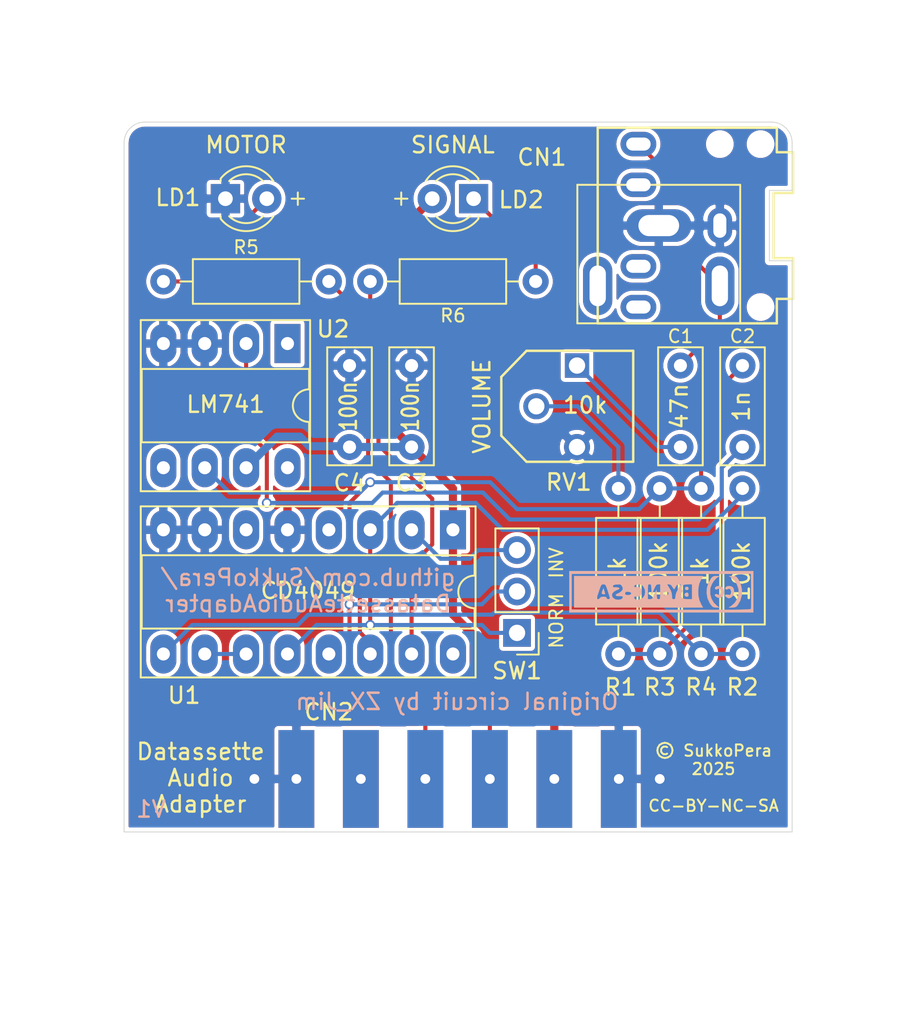
<source format=kicad_pcb>
(kicad_pcb (version 20171130) (host pcbnew 5.1.12)
  (title_block (title "Audio to Datassette Adapter") (date 2025-05-21) (rev 1git) (company SukkoPera) (comment 1 "Original circuit by ZX_Jim") (comment 2 https://zxjim.blogspot.com/2011_06_01_archive.html) (comment 3 "Licensed under CC BY-NC-SA 4.0"))
  (layers (0 F.Cu signal) (31 B.Cu signal) (36 B.SilkS user) (37 F.SilkS user) (38 B.Mask user) (39 F.Mask user) (44 Edge.Cuts user))
  (net 0 "")
  (net 1 "Net-(C1-Pad1)")
  (net 2 "Net-(C1-Pad2)")
  (net 3 "Net-(C2-Pad2)")
  (net 4 "Net-(C2-Pad1)")
  (net 5 "Net-(CN1-Pad3)")
  (net 6 GND)
  (net 7 /write)
  (net 8 /read)
  (net 9 /motor)
  (net 10 +5V)
  (net 11 "Net-(R1-Pad2)")
  (net 12 "Net-(R2-Pad1)")
  (net 13 "Net-(U1-Pad10)")
  (net 14 "Net-(U1-Pad4)")
  (net 15 "Net-(U1-Pad6)")
  (net 16 "Net-(U2-Pad1)")
  (net 17 "Net-(U2-Pad5)")
  (net 18 "Net-(U2-Pad8)")
  (net 19 "Net-(R6-Pad2)")
  (net 20 "Net-(CN101-PadTN)")
  (net 21 "Net-(CN101-PadR)")
  (net 22 "Net-(CN101-PadRN)")
  (net 23 "Net-(R2-Pad2)")
  (net 24 "Net-(SW1-Pad3)")
  (net 25 "Net-(LD1-Pad2)")
  (net 26 "Net-(LD2-Pad1)")
  (module DatassetteAudioAdapter:cc_by_nc_sa_small (layer B.Cu) (at 144.769166 94.732 180)
    (fp_text reference V0 hide)
    (fp_text value OSHW_LOGO hide)
    (fp_poly (pts (xy 5.672667 -1.27) (xy -5.630333 -1.27) (xy -5.630333 -0.550551) (xy -5.496475 -0.550551) (xy -5.494757 -0.786475) (xy -5.491138 -0.957034) (xy -5.485755 -1.045921) (xy -5.484341 -1.052918) (xy -5.467302 -1.062584) (xy -5.420188 -1.07122) (xy -5.339221 -1.07886) (xy -5.220625 -1.085542) (xy -5.060623 -1.0913) (xy -4.855439 -1.09617) (xy -4.601297 -1.100189) (xy -4.29442 -1.103391) (xy -3.931031 -1.105813) (xy -3.507355 -1.10749) (xy -3.019613 -1.108458) (xy -2.464031 -1.108753) (xy -1.836831 -1.10841) (xy -1.134236 -1.107466) (xy -0.352471 -1.105955) (xy 0.030482 -1.10509) (xy 5.5245 -1.0922) (xy 5.5245 1.0922) (xy -5.482167 1.0922) (xy -5.493657 0.052172) (xy -5.496154 -0.265566) (xy -5.496475 -0.550551) (xy -5.630333 -0.550551) (xy -5.630333 1.27) (xy 5.672667 1.27) (xy 5.672667 -1.27)) (layer B.SilkS) (width 0.01))
    (fp_poly (pts (xy -4.1275 0.96071) (xy -4.286993 0.859684) (xy -4.465451 0.696825) (xy -4.612377 0.4695) (xy -4.706277 0.214124) (xy -4.72317 0.120676) (xy -4.718641 -0.168745) (xy -4.637496 -0.441956) (xy -4.487782 -0.681684) (xy -4.277544 -0.870655) (xy -4.2545 -0.885474) (xy -4.1275 -0.964574) (xy -4.34183 -0.964887) (xy -4.484616 -0.954944) (xy -4.579907 -0.914184) (xy -4.663917 -0.826989) (xy -4.66508 -0.8255) (xy -4.828618 -0.546405) (xy -4.91801 -0.235271) (xy -4.932897 0.090118) (xy -4.87292 0.411976) (xy -4.737721 0.712519) (xy -4.697372 0.774701) (xy -4.610939 0.888515) (xy -4.533352 0.94446) (xy -4.42787 0.962259) (xy -4.346668 0.962955) (xy -4.1275 0.96071)) (layer B.SilkS) (width 0.01))
    (fp_poly (pts (xy -3.22081 0.954677) (xy -3.126361 0.915509) (xy -3.043362 0.830317) (xy -3.039587 0.825501) (xy -2.873699 0.545411) (xy -2.781012 0.235944) (xy -2.762051 -0.085158) (xy -2.817338 -0.400149) (xy -2.947397 -0.691284) (xy -2.992804 -0.759873) (xy -3.0883 -0.882413) (xy -3.169479 -0.943353) (xy -3.271432 -0.963602) (xy -3.337049 -0.96501) (xy -3.534833 -0.96482) (xy -3.404458 -0.869417) (xy -3.200641 -0.66917) (xy -3.057568 -0.420493) (xy -2.981977 -0.142299) (xy -2.980607 0.146497) (xy -3.002138 0.259899) (xy -3.084347 0.470705) (xy -3.213084 0.674389) (xy -3.363153 0.835205) (xy -3.44938 0.894407) (xy -3.520989 0.933797) (xy -3.533302 0.953777) (xy -3.477555 0.961315) (xy -3.362837 0.963212) (xy -3.22081 0.954677)) (layer B.SilkS) (width 0.01))
    (fp_poly (pts (xy 5.376333 0.9652) (xy 5.376333 -0.9652) (xy -2.537449 -0.9652) (xy -2.435487 -0.784901) (xy -2.319398 -0.531541) (xy -2.259643 -0.266432) (xy -2.248678 0.046565) (xy -2.250788 0.100141) (xy -2.270497 0.32711) (xy -2.301557 0.4572) (xy -1.862667 0.4572) (xy -1.862667 -0.4572) (xy -1.605884 -0.4572) (xy -1.453585 -0.448752) (xy -1.32633 -0.426915) (xy -1.267217 -0.404612) (xy -1.205401 -0.316731) (xy -1.185467 -0.189249) (xy -1.208914 -0.067925) (xy -1.25427 -0.009554) (xy -1.295688 0.041161) (xy -1.275436 0.072169) (xy -1.23234 0.15512) (xy -1.235089 0.272067) (xy -1.278823 0.375641) (xy -1.30955 0.404613) (xy -1.397048 0.43427) (xy -1.532663 0.45334) (xy -1.62705 0.4572) (xy -1.1827 0.4572) (xy -1.014683 0.169379) (xy -0.898584 -0.061444) (xy -0.849066 -0.244378) (xy -0.846667 -0.287821) (xy -0.837799 -0.404385) (xy -0.798584 -0.450552) (xy -0.740833 -0.4572) (xy -0.673355 -0.446526) (xy -0.642874 -0.395674) (xy -0.635094 -0.2764) (xy -0.635 -0.248106) (xy -0.619987 -0.1016) (xy -0.423333 -0.1016) (xy -0.409133 -0.16807) (xy -0.351739 -0.197447) (xy -0.254 -0.2032) (xy -0.143216 -0.194679) (xy -0.094254 -0.160243) (xy -0.084667 -0.1016) (xy -0.098867 -0.035129) (xy -0.156261 -0.005752) (xy -0.254 0) (xy -0.364784 -0.00852) (xy -0.413746 -0.042956) (xy -0.423333 -0.1016) (xy -0.619987 -0.1016) (xy -0.618506 -0.087157) (xy -0.560294 0.071247) (xy -0.483228 0.209094) (xy -0.331456 0.4572) (xy 0.084667 0.4572) (xy 0.084667 0) (xy 0.085557 -0.216444) (xy 0.091187 -0.350836) (xy 0.105989 -0.422725) (xy 0.134399 -0.451658) (xy 0.180851 -0.457181) (xy 0.188387 -0.4572) (xy 0.247257 -0.449102) (xy 0.280067 -0.408653) (xy 0.296475 -0.311619) (xy 0.304804 -0.1651) (xy 0.3175 0.127) (xy 0.4445 -0.164979) (xy 0.518113 -0.324579) (xy 0.575503 -0.412563) (xy 0.635549 -0.449773) (xy 0.709083 -0.457079) (xy 0.846667 -0.4572) (xy 0.846667 -0.037368) (xy 1.012394 -0.037368) (xy 1.051795 -0.219961) (xy 1.14971 -0.368694) (xy 1.28248 -0.451755) (xy 1.40588 -0.490713) (xy 1.488538 -0.50068) (xy 1.570062 -0.484695) (xy 1.598083 -0.475981) (xy 1.672413 -0.420334) (xy 1.693333 -0.361032) (xy 1.684707 -0.334254) (xy 2.377826 -0.334254) (xy 2.379253 -0.346184) (xy 2.431542 -0.42904) (xy 2.540694 -0.480709) (xy 2.681641 -0.495619) (xy 2.829313 -0.468199) (xy 2.864466 -0.454021) (xy 2.926558 -0.409648) (xy 3.175 -0.409648) (xy 3.211244 -0.4454) (xy 3.280833 -0.4572) (xy 3.365952 -0.430703) (xy 3.386667 -0.381) (xy 3.412171 -0.330228) (xy 3.498487 -0.307518) (xy 3.572637 -0.3048) (xy 3.713955 -0.321767) (xy 3.780301 -0.373879) (xy 3.782975 -0.381) (xy 3.83954 -0.4398) (xy 3.910583 -0.4572) (xy 4.013823 -0.4572) (xy 3.862117 0) (xy 3.790822 0.210694) (xy 3.738945 0.344161) (xy 3.695491 0.417993) (xy 3.649462 0.449782) (xy 3.589862 0.457119) (xy 3.576329 0.4572) (xy 3.509922 0.451894) (xy 3.461036 0.423526) (xy 3.417467 0.353424) (xy 3.367012 0.222914) (xy 3.308623 0.047552) (xy 3.248125 -0.143102) (xy 3.201904 -0.298637) (xy 3.177221 -0.394206) (xy 3.175 -0.409648) (xy 2.926558 -0.409648) (xy 2.995565 -0.360334) (xy 3.051124 -0.24443) (xy 3.034337 -0.12146) (xy 2.948397 -0.006573) (xy 2.796498 0.085084) (xy 2.747023 0.103101) (xy 2.630468 0.156999) (xy 2.594339 0.20976) (xy 2.634727 0.251214) (xy 2.747728 0.271189) (xy 2.811482 0.270926) (xy 2.932998 0.271668) (xy 2.988986 0.292616) (xy 2.997931 0.341356) (xy 2.997098 0.347126) (xy 2.967443 0.399477) (xy 2.887658 0.430545) (xy 2.742987 0.446953) (xy 2.602216 0.451063) (xy 2.51845 0.434291) (xy 2.464516 0.386662) (xy 2.431613 0.332653) (xy 2.386239 0.230715) (xy 2.393158 0.15153) (xy 2.425049 0.085769) (xy 2.505778 -0.003028) (xy 2.627825 -0.079493) (xy 2.665444 -0.095038) (xy 2.785405 -0.15354) (xy 2.824216 -0.207597) (xy 2.785347 -0.249438) (xy 2.672271 -0.271292) (xy 2.586308 -0.272211) (xy 2.456076 -0.273325) (xy 2.392435 -0.291915) (xy 2.377826 -0.334254) (xy 1.684707 -0.334254) (xy 1.675804 -0.306619) (xy 1.609638 -0.289881) (xy 1.53082 -0.295312) (xy 1.372113 -0.27864) (xy 1.269707 -0.189238) (xy 1.238827 -0.071642) (xy 1.874748 -0.071642) (xy 1.883833 -0.1524) (xy 1.939339 -0.184871) (xy 2.044624 -0.202271) (xy 2.076832 -0.2032) (xy 2.186615 -0.194405) (xy 2.234687 -0.158987) (xy 2.243667 -0.1016) (xy 2.229225 -0.034743) (xy 2.171066 -0.005468) (xy 2.076832 0) (xy 1.940969 -0.018744) (xy 1.874748 -0.071642) (xy 1.238827 -0.071642) (xy 1.228322 -0.03164) (xy 1.227667 -0.004244) (xy 1.26268 0.160172) (xy 1.358681 0.263969) (xy 1.502109 0.294692) (xy 1.546884 0.288907) (xy 1.64691 0.2767) (xy 1.685164 0.299122) (xy 1.685028 0.345573) (xy 1.652651 0.401988) (xy 1.566439 0.434112) (xy 1.457237 0.446834) (xy 1.318189 0.448064) (xy 1.226276 0.418284) (xy 1.14525 0.344083) (xy 1.129551 0.325607) (xy 1.036611 0.153137) (xy 1.012394 -0.037368) (xy 0.846667 -0.037368) (xy 0.846667 0) (xy 0.845778 0.216444) (xy 0.840152 0.350836) (xy 0.825351 0.422724) (xy 0.796937 0.451657) (xy 0.750469 0.457182) (xy 0.742853 0.4572) (xy 0.685754 0.449934) (xy 0.653139 0.412562) (xy 0.636408 0.321731) (xy 0.626961 0.154084) (xy 0.626437 0.141041) (xy 0.613833 -0.175119) (xy 0.473767 0.141041) (xy 0.394946 0.309487) (xy 0.334785 0.405194) (xy 0.276801 0.447859) (xy 0.209184 0.457201) (xy 0.084667 0.4572) (xy -0.331456 0.4572) (xy -0.451478 0.457054) (xy -0.564376 0.421058) (xy -0.656167 0.3048) (xy -0.717586 0.204552) (xy -0.759554 0.154003) (xy -0.763456 0.152547) (xy -0.797807 0.19157) (xy -0.852403 0.287434) (xy -0.861099 0.3048) (xy -0.941786 0.419736) (xy -1.04498 0.456864) (xy -1.05941 0.4572) (xy -1.1827 0.4572) (xy -1.62705 0.4572) (xy -1.862667 0.4572) (xy -2.301557 0.4572) (xy -2.312828 0.504402) (xy -2.390566 0.683255) (xy -2.401765 0.705103) (xy -2.536503 0.965201) (xy 1.419915 0.965201) (xy 5.376333 0.9652)) (layer B.SilkS) (width 0.01))
    (fp_poly (pts (xy -4.006411 0.329627) (xy -3.934322 0.275529) (xy -3.908859 0.193389) (xy -3.944795 0.142821) (xy -4.019657 0.141493) (xy -4.070111 0.16877) (xy -4.158946 0.190817) (xy -4.229598 0.134359) (xy -4.264491 0.022485) (xy -4.257908 -0.077993) (xy -4.232087 -0.164914) (xy -4.185837 -0.196776) (xy -4.090996 -0.18871) (xy -4.061919 -0.183293) (xy -3.94237 -0.179881) (xy -3.891206 -0.217631) (xy -3.914024 -0.281091) (xy -4.002492 -0.347445) (xy -4.097488 -0.392726) (xy -4.165509 -0.395615) (xy -4.233333 -0.37036) (xy -4.354001 -0.272288) (xy -4.428722 -0.123568) (xy -4.45102 0.044833) (xy -4.414419 0.201951) (xy -4.367583 0.271527) (xy -4.263895 0.333719) (xy -4.131165 0.3532) (xy -4.006411 0.329627)) (layer B.SilkS) (width 0.01))
    (fp_poly (pts (xy -3.393219 0.335438) (xy -3.30608 0.285465) (xy -3.267346 0.221456) (xy -3.293486 0.159187) (xy -3.300934 0.153191) (xy -3.382506 0.142207) (xy -3.430188 0.16508) (xy -3.532579 0.199745) (xy -3.607888 0.146069) (xy -3.640379 0.016394) (xy -3.640667 0) (xy -3.613238 -0.136483) (xy -3.541443 -0.198182) (xy -3.441017 -0.172753) (xy -3.430188 -0.165079) (xy -3.337533 -0.139057) (xy -3.298212 -0.155225) (xy -3.260738 -0.201081) (xy -3.291246 -0.259545) (xy -3.302 -0.27211) (xy -3.440381 -0.36527) (xy -3.601837 -0.364967) (xy -3.645133 -0.349294) (xy -3.766036 -0.254231) (xy -3.826529 -0.11818) (xy -3.831168 0.03469) (xy -3.784507 0.180212) (xy -3.691101 0.294217) (xy -3.555504 0.352537) (xy -3.512289 0.3556) (xy -3.393219 0.335438)) (layer B.SilkS) (width 0.01))
    (fp_poly (pts (xy -1.443748 -0.09725) (xy -1.403162 -0.169237) (xy -1.426684 -0.246558) (xy -1.499359 -0.2982) (xy -1.543838 -0.3048) (xy -1.625072 -0.284413) (xy -1.650448 -0.203681) (xy -1.651 -0.1778) (xy -1.62202 -0.076915) (xy -1.545513 -0.049751) (xy -1.443748 -0.09725)) (layer B.SilkS) (width 0.01))
    (fp_poly (pts (xy -1.462176 0.280988) (xy -1.439333 0.2032) (xy -1.464138 0.12353) (xy -1.545167 0.1016) (xy -1.628157 0.125413) (xy -1.651 0.2032) (xy -1.626196 0.282871) (xy -1.545167 0.3048) (xy -1.462176 0.280988)) (layer B.SilkS) (width 0.01))
    (fp_poly (pts (xy 3.624095 0.095625) (xy 3.674601 -0.045707) (xy 3.662927 -0.125206) (xy 3.587304 -0.152223) (xy 3.577167 -0.1524) (xy 3.497508 -0.14628) (xy 3.471333 -0.13458) (xy 3.483847 -0.079581) (xy 3.514499 0.031726) (xy 3.519761 0.049945) (xy 3.568189 0.21665) (xy 3.624095 0.095625)) (layer B.SilkS) (width 0.01))
  )
  (module DatassetteAudioAdapter:AudioJack_SJ1-3525N (layer F.Cu) (at 148.343 72.262 90)
    (fp_text reference CN101 hide)
    (fp_text value AUDIO_IN_JACK)
    (fp_line (start -6 -7.5) (end 6 -7.5) (layer F.SilkS) (width 0.15))
    (fp_line (start -4.5 4.5) (end -2 4.5) (layer F.SilkS) (width 0.15))
    (fp_line (start 6 3.5) (end 6 -7.5) (layer F.SilkS) (width 0.15))
    (fp_line (start -6 3.5) (end -6 -7.5) (layer F.SilkS) (width 0.15))
    (fp_line (start -4.5 4.5) (end -4.5 3.5) (layer F.SilkS) (width 0.15))
    (fp_line (start -4.5 3.5) (end -6 3.5) (layer F.SilkS) (width 0.15))
    (fp_line (start -2 4.5) (end -2 3.3) (layer F.SilkS) (width 0.15))
    (fp_line (start -2 3.3) (end 2 3.3) (layer F.SilkS) (width 0.15))
    (fp_line (start 2 3.3) (end 2 4.5) (layer F.SilkS) (width 0.15))
    (fp_line (start 2 4.5) (end 4.5 4.5) (layer F.SilkS) (width 0.15))
    (fp_line (start 4.5 4.5) (end 4.5 3.5) (layer F.SilkS) (width 0.15))
    (fp_line (start 6 3.5) (end 4.5 3.5) (layer F.SilkS) (width 0.15))
    (pad T thru_hole oval (at 5 -5 90) (size 1.5 2.2) (drill oval 0.8 1.5) (layers *.Cu *.Mask) (net 2 "Net-(C1-Pad2)"))
    (pad TN thru_hole oval (at 2.5 -5 90) (size 1.5 2.2) (drill oval 0.8 1.5) (layers *.Cu *.Mask) (net 20 "Net-(CN101-PadTN)"))
    (pad R thru_hole oval (at -5 -5 90) (size 1.5 2.2) (drill oval 0.8 1.5) (layers *.Cu *.Mask) (net 21 "Net-(CN101-PadR)"))
    (pad RN thru_hole oval (at -2.5 -5 90) (size 1.5 2.2) (drill oval 0.8 1.5) (layers *.Cu *.Mask) (net 22 "Net-(CN101-PadRN)"))
    (pad "" np_thru_hole circle (at 5 2.5 90) (size 1.2 1.2) (drill 1.2) (layers *.Cu *.Mask))
    (pad "" np_thru_hole circle (at 5 0 90) (size 1.2 1.2) (drill 1.2) (layers *.Cu *.Mask))
    (pad "" np_thru_hole circle (at -5 2.5 90) (size 1.2 1.2) (drill 1.2) (layers *.Cu *.Mask))
    (pad S thru_hole oval (at 0 0 90) (size 2.2 1.5) (drill oval 1.5 0.8) (layers *.Cu *.Mask) (net 6 GND))
  )
  (module DatassetteAudioAdapter:C64-Cassette-Port-Female (layer F.Cu) (at 131.699 109.22)
    (fp_text reference CN2 (at -7.366 -7.112) (layer F.SilkS))
    (fp_text value TAPE_PORT)
    (pad 1 smd rect (at 10.44 -3) (size 2.2 6) (layers F.Cu F.Paste F.Mask) (net 6 GND))
    (pad 2 smd rect (at 6.48 -3) (size 2.2 6) (layers F.Cu F.Paste F.Mask) (net 10 +5V))
    (pad 3 smd rect (at 2.52 -3) (size 2.2 6) (layers F.Cu F.Paste F.Mask) (net 9 /motor))
    (pad 4 smd rect (at -1.44 -3) (size 2.2 6) (layers F.Cu F.Paste F.Mask) (net 8 /read))
    (pad 5 smd rect (at -5.4 -3) (size 2.2 6) (layers F.Cu F.Paste F.Mask) (net 7 /write))
    (pad 6 smd rect (at -9.36 -3) (size 2.2 6) (layers F.Cu F.Paste F.Mask) (net 6 GND))
    (pad 1 smd rect (at 10.44 -3) (size 2.2 6) (layers B.Cu B.Paste B.Mask) (net 6 GND))
    (pad 2 smd rect (at 6.48 -3) (size 2.2 6) (layers B.Cu B.Paste B.Mask) (net 10 +5V))
    (pad 3 smd rect (at 2.52 -3) (size 2.2 6) (layers B.Cu B.Paste B.Mask) (net 9 /motor))
    (pad 4 smd rect (at -1.44 -3) (size 2.2 6) (layers B.Cu B.Paste B.Mask) (net 8 /read))
    (pad 5 smd rect (at -5.4 -3) (size 2.2 6) (layers B.Cu B.Paste B.Mask) (net 7 /write))
    (pad 6 smd rect (at -9.36 -3) (size 2.2 6) (layers B.Cu B.Paste B.Mask) (net 6 GND))
  )
  (module Capacitor_THT:C_Disc_D7.0mm_W2.5mm_P5.00mm (layer F.Cu) (at 145.923 85.852 90)
    (fp_text reference C1 (at 6.7945 0 180) (layer F.SilkS) (effects (font (size 0.8 0.8) (thickness 0.12))))
    (fp_text value 47n (at 2.5 -0.0675 90) (layer F.SilkS))
    (fp_line (start 6.12 -1.37) (end 6.12 1.37) (layer F.SilkS) (width 0.12))
    (fp_line (start -1.12 -1.37) (end -1.12 1.37) (layer F.SilkS) (width 0.12))
    (fp_line (start -1.12 1.37) (end 6.12 1.37) (layer F.SilkS) (width 0.12))
    (fp_line (start -1.12 -1.37) (end 6.12 -1.37) (layer F.SilkS) (width 0.12))
    (pad 1 thru_hole circle (at 0 0 90) (size 1.6 1.6) (drill 0.8) (layers *.Cu *.Mask) (net 1 "Net-(C1-Pad1)"))
    (pad 2 thru_hole circle (at 5 0 90) (size 1.6 1.6) (drill 0.8) (layers *.Cu *.Mask) (net 2 "Net-(C1-Pad2)"))
  )
  (module Capacitor_THT:C_Disc_D7.0mm_W2.5mm_P5.00mm (layer F.Cu) (at 149.733 80.852 270)
    (fp_text reference C2 (at -1.7945 0 180) (layer F.SilkS) (effects (font (size 0.8 0.8) (thickness 0.12))))
    (fp_text value 1n (at 2.5 0.0675 90) (layer F.SilkS))
    (fp_line (start -1.12 -1.37) (end 6.12 -1.37) (layer F.SilkS) (width 0.12))
    (fp_line (start -1.12 1.37) (end 6.12 1.37) (layer F.SilkS) (width 0.12))
    (fp_line (start -1.12 -1.37) (end -1.12 1.37) (layer F.SilkS) (width 0.12))
    (fp_line (start 6.12 -1.37) (end 6.12 1.37) (layer F.SilkS) (width 0.12))
    (pad 2 thru_hole circle (at 5 0 270) (size 1.6 1.6) (drill 0.8) (layers *.Cu *.Mask) (net 3 "Net-(C2-Pad2)"))
    (pad 1 thru_hole circle (at 0 0 270) (size 1.6 1.6) (drill 0.8) (layers *.Cu *.Mask) (net 4 "Net-(C2-Pad1)"))
  )
  (module DatassetteAudioAdapter:SWITCHCRAFT_PJRAN1X1U01X (layer F.Cu) (at 144.593 72.262 180)
    (fp_text reference CN1 (at 7.179 4.19) (layer F.SilkS))
    (fp_text value AUDIO_IN hide)
    (fp_line (start 5 -6) (end -5 -6) (layer F.SilkS) (width 0.12))
    (fp_line (start 5 2.5) (end 5 -6) (layer F.SilkS) (width 0.12))
    (fp_line (start -5 2.5) (end 5 2.5) (layer F.SilkS) (width 0.12))
    (fp_line (start -5 -6) (end -5 2.5) (layer F.SilkS) (width 0.12))
    (pad 1 thru_hole oval (at 0 0 180) (size 4 2) (drill oval 2.5 1.3) (layers *.Cu *.Mask) (net 6 GND))
    (pad 3 thru_hole oval (at 3.75 -3.7 180) (size 1.8 3.6) (drill oval 1 2.5) (layers *.Cu *.Mask) (net 5 "Net-(CN1-Pad3)"))
    (pad 2 thru_hole oval (at -3.75 -3.7 180) (size 1.8 3.6) (drill oval 1 2.5) (layers *.Cu *.Mask) (net 2 "Net-(C1-Pad2)"))
  )
  (module DatassetteAudioAdapter:Pot_Bourns_3306P (layer F.Cu) (at 138.323 83.352 90)
    (fp_text reference RV1 (at -4.659 0.742 180) (layer F.SilkS))
    (fp_text value 10k (at 0.0675 1.758 180) (layer F.SilkS))
    (fp_line (start -1.805 -3.4) (end 1.805 -3.4) (layer F.SilkS) (width 0.15))
    (fp_line (start 3.405 -1.85) (end 3.405 4.7) (layer F.SilkS) (width 0.15))
    (fp_line (start -3.405 -1.85) (end -3.405 4.7) (layer F.SilkS) (width 0.15))
    (fp_line (start -3.405 4.7) (end 3.405 4.7) (layer F.SilkS) (width 0.15))
    (fp_line (start -3.405 -1.85) (end -1.805 -3.4) (layer F.SilkS) (width 0.15))
    (fp_line (start 3.405 -1.85) (end 1.805 -3.4) (layer F.SilkS) (width 0.15))
    (pad 1 thru_hole rect (at 2.5 1.25 90) (size 1.5 1.5) (drill 1) (layers *.Cu *.Mask) (net 1 "Net-(C1-Pad1)"))
    (pad 3 thru_hole circle (at -2.5 1.25 90) (size 1.6 1.6) (drill 1) (layers *.Cu *.Mask) (net 6 GND))
    (pad 2 thru_hole circle (at 0 -1.25 90) (size 1.6 1.6) (drill 1) (layers *.Cu *.Mask) (net 11 "Net-(R1-Pad2)"))
  )
  (module Package_DIP:DIP-8_W7.62mm_Socket_LongPads (layer F.Cu) (at 121.793 79.502 270)
    (fp_text reference U2 (at -0.889 -2.794 180) (layer F.SilkS))
    (fp_text value LM741 (at 3.7325 3.8 180) (layer F.SilkS))
    (fp_line (start 9.06 -1.39) (end -1.44 -1.39) (layer F.SilkS) (width 0.12))
    (fp_line (start 9.06 9.01) (end 9.06 -1.39) (layer F.SilkS) (width 0.12))
    (fp_line (start -1.44 9.01) (end 9.06 9.01) (layer F.SilkS) (width 0.12))
    (fp_line (start -1.44 -1.39) (end -1.44 9.01) (layer F.SilkS) (width 0.12))
    (fp_line (start 6.06 -1.33) (end 4.81 -1.33) (layer F.SilkS) (width 0.12))
    (fp_line (start 6.06 8.95) (end 6.06 -1.33) (layer F.SilkS) (width 0.12))
    (fp_line (start 1.56 8.95) (end 6.06 8.95) (layer F.SilkS) (width 0.12))
    (fp_line (start 1.56 -1.33) (end 1.56 8.95) (layer F.SilkS) (width 0.12))
    (fp_line (start 2.81 -1.33) (end 1.56 -1.33) (layer F.SilkS) (width 0.12))
    (fp_arc (start 3.81 -1.33) (end 2.81 -1.33) (angle -180) (layer F.SilkS) (width 0.12))
    (pad 1 thru_hole rect (at 0 0 270) (size 2.4 1.6) (drill 0.8) (layers *.Cu *.Mask) (net 16 "Net-(U2-Pad1)"))
    (pad 5 thru_hole oval (at 7.62 7.62 270) (size 2.4 1.6) (drill 0.8) (layers *.Cu *.Mask) (net 17 "Net-(U2-Pad5)"))
    (pad 2 thru_hole oval (at 0 2.54 270) (size 2.4 1.6) (drill 0.8) (layers *.Cu *.Mask) (net 3 "Net-(C2-Pad2)"))
    (pad 6 thru_hole oval (at 7.62 5.08 270) (size 2.4 1.6) (drill 0.8) (layers *.Cu *.Mask) (net 4 "Net-(C2-Pad1)"))
    (pad 3 thru_hole oval (at 0 5.08 270) (size 2.4 1.6) (drill 0.8) (layers *.Cu *.Mask) (net 6 GND))
    (pad 7 thru_hole oval (at 7.62 2.54 270) (size 2.4 1.6) (drill 0.8) (layers *.Cu *.Mask) (net 10 +5V))
    (pad 4 thru_hole oval (at 0 7.62 270) (size 2.4 1.6) (drill 0.8) (layers *.Cu *.Mask) (net 6 GND))
    (pad 8 thru_hole oval (at 7.62 0 270) (size 2.4 1.6) (drill 0.8) (layers *.Cu *.Mask) (net 18 "Net-(U2-Pad8)"))
  )
  (module LED_THT:LED_D3.0mm (layer F.Cu) (at 117.983 70.612)
    (fp_text reference LD1 (at -2.921 -0.0675) (layer F.SilkS))
    (fp_text value LED)
    (fp_line (start -0.29 -1.236) (end -0.29 -1.08) (layer F.SilkS) (width 0.12))
    (fp_line (start -0.29 1.08) (end -0.29 1.236) (layer F.SilkS) (width 0.12))
    (fp_arc (start 1.27 0) (end 0.229039 1.08) (angle -87.9) (layer F.SilkS) (width 0.12))
    (fp_arc (start 1.27 0) (end 0.229039 -1.08) (angle 87.9) (layer F.SilkS) (width 0.12))
    (fp_arc (start 1.27 0) (end -0.29 1.235516) (angle -108.8) (layer F.SilkS) (width 0.12))
    (fp_arc (start 1.27 0) (end -0.29 -1.235516) (angle 108.8) (layer F.SilkS) (width 0.12))
    (pad 2 thru_hole circle (at 2.54 0) (size 1.8 1.8) (drill 0.9) (layers *.Cu *.Mask) (net 25 "Net-(LD1-Pad2)"))
    (pad 1 thru_hole rect (at 0 0) (size 1.8 1.8) (drill 0.9) (layers *.Cu *.Mask) (net 6 GND))
  )
  (module LED_THT:LED_D3.0mm (layer F.Cu) (at 133.223 70.612 180)
    (fp_text reference LD2 (at -2.921 -0.0675) (layer F.SilkS))
    (fp_text value LED)
    (fp_line (start -0.29 1.08) (end -0.29 1.236) (layer F.SilkS) (width 0.12))
    (fp_line (start -0.29 -1.236) (end -0.29 -1.08) (layer F.SilkS) (width 0.12))
    (fp_arc (start 1.27 0) (end -0.29 -1.235516) (angle 108.8) (layer F.SilkS) (width 0.12))
    (fp_arc (start 1.27 0) (end -0.29 1.235516) (angle -108.8) (layer F.SilkS) (width 0.12))
    (fp_arc (start 1.27 0) (end 0.229039 -1.08) (angle 87.9) (layer F.SilkS) (width 0.12))
    (fp_arc (start 1.27 0) (end 0.229039 1.08) (angle -87.9) (layer F.SilkS) (width 0.12))
    (pad 1 thru_hole rect (at 0 0 180) (size 1.8 1.8) (drill 0.9) (layers *.Cu *.Mask) (net 26 "Net-(LD2-Pad1)"))
    (pad 2 thru_hole circle (at 2.54 0 180) (size 1.8 1.8) (drill 0.9) (layers *.Cu *.Mask) (net 10 +5V))
  )
  (module Resistor_THT:R_Axial_DIN0207_L6.3mm_D2.5mm_P10.16mm_Horizontal (layer F.Cu) (at 142.113 98.552 90)
    (fp_text reference R1 (at -2.032 0.127 180) (layer F.SilkS))
    (fp_text value 1k (at 5.08 -0.0675 90) (layer F.SilkS))
    (fp_line (start 1.81 -1.37) (end 1.81 1.37) (layer F.SilkS) (width 0.12))
    (fp_line (start 1.81 1.37) (end 8.35 1.37) (layer F.SilkS) (width 0.12))
    (fp_line (start 8.35 1.37) (end 8.35 -1.37) (layer F.SilkS) (width 0.12))
    (fp_line (start 8.35 -1.37) (end 1.81 -1.37) (layer F.SilkS) (width 0.12))
    (fp_line (start 1.04 0) (end 1.81 0) (layer F.SilkS) (width 0.12))
    (fp_line (start 9.12 0) (end 8.35 0) (layer F.SilkS) (width 0.12))
    (pad 1 thru_hole circle (at 0 0 90) (size 1.6 1.6) (drill 0.8) (layers *.Cu *.Mask) (net 3 "Net-(C2-Pad2)"))
    (pad 2 thru_hole oval (at 10.16 0 90) (size 1.6 1.6) (drill 0.8) (layers *.Cu *.Mask) (net 11 "Net-(R1-Pad2)"))
  )
  (module Resistor_THT:R_Axial_DIN0207_L6.3mm_D2.5mm_P10.16mm_Horizontal (layer F.Cu) (at 149.733 98.552 90)
    (fp_text reference R2 (at -2.032 0 180) (layer F.SilkS))
    (fp_text value 100k (at 5.08 -0.0675 90) (layer F.SilkS))
    (fp_line (start 9.12 0) (end 8.35 0) (layer F.SilkS) (width 0.12))
    (fp_line (start 1.04 0) (end 1.81 0) (layer F.SilkS) (width 0.12))
    (fp_line (start 8.35 -1.37) (end 1.81 -1.37) (layer F.SilkS) (width 0.12))
    (fp_line (start 8.35 1.37) (end 8.35 -1.37) (layer F.SilkS) (width 0.12))
    (fp_line (start 1.81 1.37) (end 8.35 1.37) (layer F.SilkS) (width 0.12))
    (fp_line (start 1.81 -1.37) (end 1.81 1.37) (layer F.SilkS) (width 0.12))
    (pad 2 thru_hole oval (at 10.16 0 90) (size 1.6 1.6) (drill 0.8) (layers *.Cu *.Mask) (net 23 "Net-(R2-Pad2)"))
    (pad 1 thru_hole circle (at 0 0 90) (size 1.6 1.6) (drill 0.8) (layers *.Cu *.Mask) (net 12 "Net-(R2-Pad1)"))
  )
  (module Resistor_THT:R_Axial_DIN0207_L6.3mm_D2.5mm_P10.16mm_Horizontal (layer F.Cu) (at 144.653 88.392 270)
    (fp_text reference R3 (at 12.192 0 180) (layer F.SilkS))
    (fp_text value 100k (at 5.08 0.0675 90) (layer F.SilkS))
    (fp_line (start 9.12 0) (end 8.35 0) (layer F.SilkS) (width 0.12))
    (fp_line (start 1.04 0) (end 1.81 0) (layer F.SilkS) (width 0.12))
    (fp_line (start 8.35 -1.37) (end 1.81 -1.37) (layer F.SilkS) (width 0.12))
    (fp_line (start 8.35 1.37) (end 8.35 -1.37) (layer F.SilkS) (width 0.12))
    (fp_line (start 1.81 1.37) (end 8.35 1.37) (layer F.SilkS) (width 0.12))
    (fp_line (start 1.81 -1.37) (end 1.81 1.37) (layer F.SilkS) (width 0.12))
    (pad 2 thru_hole oval (at 10.16 0 270) (size 1.6 1.6) (drill 0.8) (layers *.Cu *.Mask) (net 3 "Net-(C2-Pad2)"))
    (pad 1 thru_hole circle (at 0 0 270) (size 1.6 1.6) (drill 0.8) (layers *.Cu *.Mask) (net 4 "Net-(C2-Pad1)"))
  )
  (module Resistor_THT:R_Axial_DIN0207_L6.3mm_D2.5mm_P10.16mm_Horizontal (layer F.Cu) (at 147.193 98.552 90)
    (fp_text reference R4 (at -2.032 0 180) (layer F.SilkS))
    (fp_text value 1k (at 5.08 -0.0675 90) (layer F.SilkS))
    (fp_line (start 1.81 -1.37) (end 1.81 1.37) (layer F.SilkS) (width 0.12))
    (fp_line (start 1.81 1.37) (end 8.35 1.37) (layer F.SilkS) (width 0.12))
    (fp_line (start 8.35 1.37) (end 8.35 -1.37) (layer F.SilkS) (width 0.12))
    (fp_line (start 8.35 -1.37) (end 1.81 -1.37) (layer F.SilkS) (width 0.12))
    (fp_line (start 1.04 0) (end 1.81 0) (layer F.SilkS) (width 0.12))
    (fp_line (start 9.12 0) (end 8.35 0) (layer F.SilkS) (width 0.12))
    (pad 1 thru_hole circle (at 0 0 90) (size 1.6 1.6) (drill 0.8) (layers *.Cu *.Mask) (net 12 "Net-(R2-Pad1)"))
    (pad 2 thru_hole oval (at 10.16 0 90) (size 1.6 1.6) (drill 0.8) (layers *.Cu *.Mask) (net 4 "Net-(C2-Pad1)"))
  )
  (module Resistor_THT:R_Axial_DIN0207_L6.3mm_D2.5mm_P10.16mm_Horizontal (layer F.Cu) (at 124.333 75.692 180)
    (fp_text reference R5 (at 5.08 2.0955) (layer F.SilkS) (effects (font (size 0.8 0.8) (thickness 0.12))))
    (fp_text value 1k)
    (fp_line (start 1.81 -1.37) (end 1.81 1.37) (layer F.SilkS) (width 0.12))
    (fp_line (start 1.81 1.37) (end 8.35 1.37) (layer F.SilkS) (width 0.12))
    (fp_line (start 8.35 1.37) (end 8.35 -1.37) (layer F.SilkS) (width 0.12))
    (fp_line (start 8.35 -1.37) (end 1.81 -1.37) (layer F.SilkS) (width 0.12))
    (fp_line (start 1.04 0) (end 1.81 0) (layer F.SilkS) (width 0.12))
    (fp_line (start 9.12 0) (end 8.35 0) (layer F.SilkS) (width 0.12))
    (pad 1 thru_hole circle (at 0 0 180) (size 1.6 1.6) (drill 0.8) (layers *.Cu *.Mask) (net 9 /motor))
    (pad 2 thru_hole oval (at 10.16 0 180) (size 1.6 1.6) (drill 0.8) (layers *.Cu *.Mask) (net 25 "Net-(LD1-Pad2)"))
  )
  (module Package_DIP:DIP-16_W7.62mm_Socket_LongPads (layer F.Cu) (at 131.953 90.932 270)
    (fp_text reference U1 (at 10.16 16.51 180) (layer F.SilkS))
    (fp_text value CD4049 (at 3.7325 8.9 180) (layer F.SilkS))
    (fp_line (start 9.06 -1.39) (end -1.44 -1.39) (layer F.SilkS) (width 0.12))
    (fp_line (start 9.06 19.17) (end 9.06 -1.39) (layer F.SilkS) (width 0.12))
    (fp_line (start -1.44 19.17) (end 9.06 19.17) (layer F.SilkS) (width 0.12))
    (fp_line (start -1.44 -1.39) (end -1.44 19.17) (layer F.SilkS) (width 0.12))
    (fp_line (start 6.06 -1.33) (end 4.81 -1.33) (layer F.SilkS) (width 0.12))
    (fp_line (start 6.06 19.11) (end 6.06 -1.33) (layer F.SilkS) (width 0.12))
    (fp_line (start 1.56 19.11) (end 6.06 19.11) (layer F.SilkS) (width 0.12))
    (fp_line (start 1.56 -1.33) (end 1.56 19.11) (layer F.SilkS) (width 0.12))
    (fp_line (start 2.81 -1.33) (end 1.56 -1.33) (layer F.SilkS) (width 0.12))
    (fp_arc (start 3.81 -1.33) (end 2.81 -1.33) (angle -180) (layer F.SilkS) (width 0.12))
    (pad 1 thru_hole rect (at 0 0 270) (size 2.4 1.6) (drill 0.8) (layers *.Cu *.Mask) (net 10 +5V))
    (pad 9 thru_hole oval (at 7.62 17.78 270) (size 2.4 1.6) (drill 0.8) (layers *.Cu *.Mask) (net 12 "Net-(R2-Pad1)"))
    (pad 2 thru_hole oval (at 0 2.54 270) (size 2.4 1.6) (drill 0.8) (layers *.Cu *.Mask) (net 24 "Net-(SW1-Pad3)"))
    (pad 10 thru_hole oval (at 7.62 15.24 270) (size 2.4 1.6) (drill 0.8) (layers *.Cu *.Mask) (net 13 "Net-(U1-Pad10)"))
    (pad 3 thru_hole oval (at 0 5.08 270) (size 2.4 1.6) (drill 0.8) (layers *.Cu *.Mask) (net 23 "Net-(R2-Pad2)"))
    (pad 11 thru_hole oval (at 7.62 12.7 270) (size 2.4 1.6) (drill 0.8) (layers *.Cu *.Mask) (net 13 "Net-(U1-Pad10)"))
    (pad 4 thru_hole oval (at 0 7.62 270) (size 2.4 1.6) (drill 0.8) (layers *.Cu *.Mask) (net 14 "Net-(U1-Pad4)"))
    (pad 12 thru_hole oval (at 7.62 10.16 270) (size 2.4 1.6) (drill 0.8) (layers *.Cu *.Mask) (net 23 "Net-(R2-Pad2)"))
    (pad 5 thru_hole oval (at 0 10.16 270) (size 2.4 1.6) (drill 0.8) (layers *.Cu *.Mask) (net 6 GND))
    (pad 13 thru_hole oval (at 7.62 7.62 270) (size 2.4 1.6) (drill 0.8) (layers *.Cu *.Mask))
    (pad 6 thru_hole oval (at 0 12.7 270) (size 2.4 1.6) (drill 0.8) (layers *.Cu *.Mask) (net 15 "Net-(U1-Pad6)"))
    (pad 14 thru_hole oval (at 7.62 5.08 270) (size 2.4 1.6) (drill 0.8) (layers *.Cu *.Mask) (net 4 "Net-(C2-Pad1)"))
    (pad 7 thru_hole oval (at 0 15.24 270) (size 2.4 1.6) (drill 0.8) (layers *.Cu *.Mask) (net 6 GND))
    (pad 15 thru_hole oval (at 7.62 2.54 270) (size 2.4 1.6) (drill 0.8) (layers *.Cu *.Mask) (net 19 "Net-(R6-Pad2)"))
    (pad 8 thru_hole oval (at 0 17.78 270) (size 2.4 1.6) (drill 0.8) (layers *.Cu *.Mask) (net 6 GND))
    (pad 16 thru_hole oval (at 7.62 0 270) (size 2.4 1.6) (drill 0.8) (layers *.Cu *.Mask))
  )
  (module Capacitor_THT:C_Disc_D7.0mm_W2.5mm_P5.00mm (layer F.Cu) (at 129.413 80.852 270)
    (fp_text reference C3 (at 7.209 0 180) (layer F.SilkS))
    (fp_text value 100n (at 2.5 0.0675 90) (layer F.SilkS) (effects (font (size 1 0.8))))
    (fp_line (start 6.12 -1.37) (end 6.12 1.37) (layer F.SilkS) (width 0.12))
    (fp_line (start -1.12 -1.37) (end -1.12 1.37) (layer F.SilkS) (width 0.12))
    (fp_line (start -1.12 1.37) (end 6.12 1.37) (layer F.SilkS) (width 0.12))
    (fp_line (start -1.12 -1.37) (end 6.12 -1.37) (layer F.SilkS) (width 0.12))
    (pad 1 thru_hole circle (at 0 0 315) (size 1.6 1.6) (drill 0.8) (layers *.Cu *.Mask) (net 6 GND))
    (pad 2 thru_hole circle (at 5 0 270) (size 1.6 1.6) (drill 0.8) (layers *.Cu *.Mask) (net 10 +5V))
  )
  (module Capacitor_THT:C_Disc_D7.0mm_W2.5mm_P5.00mm (layer F.Cu) (at 125.603 80.852 270)
    (fp_text reference C4 (at 7.209 0 180) (layer F.SilkS))
    (fp_text value 100n (at 2.5 0.0675 90) (layer F.SilkS) (effects (font (size 1 0.8))))
    (fp_line (start -1.12 -1.37) (end 6.12 -1.37) (layer F.SilkS) (width 0.12))
    (fp_line (start -1.12 1.37) (end 6.12 1.37) (layer F.SilkS) (width 0.12))
    (fp_line (start -1.12 -1.37) (end -1.12 1.37) (layer F.SilkS) (width 0.12))
    (fp_line (start 6.12 -1.37) (end 6.12 1.37) (layer F.SilkS) (width 0.12))
    (pad 2 thru_hole circle (at 5 0 270) (size 1.6 1.6) (drill 0.8) (layers *.Cu *.Mask) (net 10 +5V))
    (pad 1 thru_hole circle (at 0 0 315) (size 1.6 1.6) (drill 0.8) (layers *.Cu *.Mask) (net 6 GND))
  )
  (module Resistor_THT:R_Axial_DIN0207_L6.3mm_D2.5mm_P10.16mm_Horizontal (layer F.Cu) (at 137.033 75.692 180)
    (fp_text reference R6 (at 5.08 -2.0955) (layer F.SilkS) (effects (font (size 0.8 0.8) (thickness 0.12))))
    (fp_text value 1k)
    (fp_line (start 1.81 -1.37) (end 1.81 1.37) (layer F.SilkS) (width 0.12))
    (fp_line (start 1.81 1.37) (end 8.35 1.37) (layer F.SilkS) (width 0.12))
    (fp_line (start 8.35 1.37) (end 8.35 -1.37) (layer F.SilkS) (width 0.12))
    (fp_line (start 8.35 -1.37) (end 1.81 -1.37) (layer F.SilkS) (width 0.12))
    (fp_line (start 1.04 0) (end 1.81 0) (layer F.SilkS) (width 0.12))
    (fp_line (start 9.12 0) (end 8.35 0) (layer F.SilkS) (width 0.12))
    (pad 1 thru_hole circle (at 0 0 180) (size 1.6 1.6) (drill 0.8) (layers *.Cu *.Mask) (net 26 "Net-(LD2-Pad1)"))
    (pad 2 thru_hole oval (at 10.16 0 180) (size 1.6 1.6) (drill 0.8) (layers *.Cu *.Mask) (net 19 "Net-(R6-Pad2)"))
  )
  (module Connector_PinHeader_2.54mm:PinHeader_1x03_P2.54mm_Vertical (layer F.Cu) (at 135.89 97.257 180)
    (fp_text reference SW1 (at 0 -2.33) (layer F.SilkS))
    (fp_text value SW_INVERT1)
    (fp_line (start -1.33 6.41) (end 1.33 6.41) (layer F.SilkS) (width 0.12))
    (fp_line (start -1.33 1.27) (end -1.33 6.41) (layer F.SilkS) (width 0.12))
    (fp_line (start 1.33 1.27) (end 1.33 6.41) (layer F.SilkS) (width 0.12))
    (fp_line (start -1.33 1.27) (end 1.33 1.27) (layer F.SilkS) (width 0.12))
    (fp_line (start -1.33 0) (end -1.33 -1.33) (layer F.SilkS) (width 0.12))
    (fp_line (start -1.33 -1.33) (end 0 -1.33) (layer F.SilkS) (width 0.12))
    (pad 1 thru_hole rect (at 0 0 180) (size 1.7 1.7) (drill 1) (layers *.Cu *.Mask) (net 23 "Net-(R2-Pad2)"))
    (pad 2 thru_hole oval (at 0 2.54 180) (size 1.7 1.7) (drill 1) (layers *.Cu *.Mask) (net 8 /read))
    (pad 3 thru_hole oval (at 0 5.08 180) (size 1.7 1.7) (drill 1) (layers *.Cu *.Mask) (net 24 "Net-(SW1-Pad3)"))
  )
  (gr_line (start 122.428 70.231) (end 122.428 70.993) (layer F.SilkS) (width 0.12))
  (gr_line (start 122.047 70.612) (end 122.809 70.612) (layer F.SilkS) (width 0.12))
  (gr_line (start 128.778 70.231) (end 128.778 70.993) (layer F.SilkS) (width 0.12))
  (gr_line (start 128.397 70.612) (end 129.159 70.612) (layer F.SilkS) (width 0.12))
  (gr_text NORM (at 138.303 96.52 90) (layer F.SilkS) (effects (font (size 0.8 0.8) (thickness 0.12))))
  (gr_text INV (at 138.303 92.964 90) (layer F.SilkS) (effects (font (size 0.8 0.8) (thickness 0.12))))
  (gr_text V1 (at 113.411 108.077) (layer B.SilkS) (effects (font (size 1 1)) (justify mirror)))
  (gr_text "© SukkoPera\n2025\n\nCC-BY-NC-SA" (at 147.955 106.174) (layer F.SilkS) (effects (font (size 0.7 0.7) (thickness 0.12))))
  (gr_text "github.com/SukkoPera/\nDatassetteAudioAdapter" (at 123.053 94.6645) (layer B.SilkS) (effects (font (size 1 1)) (justify mirror)))
  (gr_text "Datassette\nAudio\nAdapter" (at 116.459 106.1525) (layer F.SilkS) (effects (font (size 1 1))))
  (gr_line (start 152.781 70.104) (end 152.781 67.183) (layer Edge.Cuts) (width 0.05))
  (gr_line (start 151.384 70.104) (end 152.781 70.104) (layer Edge.Cuts) (width 0.05))
  (gr_line (start 151.384 74.422) (end 151.384 70.104) (layer Edge.Cuts) (width 0.05))
  (gr_line (start 152.781 74.422) (end 151.384 74.422) (layer Edge.Cuts) (width 0.05))
  (gr_text "Original circuit by ZX_Jim" (at 132.199 101.473) (layer B.SilkS) (effects (font (size 1 1)) (justify mirror)))
  (gr_arc (start 151.511 67.183) (end 152.781 67.183) (angle -90) (layer Edge.Cuts) (width 0.05))
  (gr_arc (start 113.03 67.183) (end 113.03 65.913) (angle -90) (layer Edge.Cuts) (width 0.05))
  (gr_text VOLUME (at 133.731 83.352 90) (layer F.SilkS) (effects (font (size 1 1))))
  (gr_text SIGNAL (at 131.948 67.31) (layer F.SilkS) (effects (font (size 1 1))))
  (gr_text MOTOR (at 119.248 67.31) (layer F.SilkS) (effects (font (size 1 1))))
  (gr_line (start 151.511 65.913) (end 113.03 65.913) (layer Edge.Cuts) (width 0.05))
  (gr_line (start 152.781 109.474) (end 152.781 74.422) (layer Edge.Cuts) (width 0.05))
  (gr_line (start 111.76 109.474) (end 152.781 109.474) (layer Edge.Cuts) (width 0.05))
  (gr_line (start 111.76 67.183) (end 111.76 109.474) (layer Edge.Cuts) (width 0.05))
  (segment (start 144.573 85.852) (end 139.573 80.852) (width 0.25) (layer B.Cu) (net 1))
  (segment (start 145.923 85.852) (end 144.573 85.852) (width 0.25) (layer B.Cu) (net 1))
  (segment (start 148.343 75.962) (end 147.066 74.685) (width 0.25) (layer F.Cu) (net 2))
  (segment (start 147.066 70.985) (end 143.343 67.262) (width 0.25) (layer F.Cu) (net 2))
  (segment (start 147.066 74.685) (end 147.066 70.985) (width 0.25) (layer F.Cu) (net 2))
  (segment (start 148.343 78.432) (end 145.923 80.852) (width 0.25) (layer F.Cu) (net 2))
  (segment (start 148.343 75.962) (end 148.343 78.432) (width 0.25) (layer F.Cu) (net 2))
  (segment (start 142.113 98.552) (end 144.653 98.552) (width 0.25) (layer B.Cu) (net 3))
  (segment (start 148.463 87.122) (end 149.733 85.852) (width 0.25) (layer F.Cu) (net 3))
  (segment (start 148.463 94.742) (end 148.463 87.122) (width 0.25) (layer F.Cu) (net 3))
  (segment (start 144.653 98.552) (end 148.463 94.742) (width 0.25) (layer F.Cu) (net 3))
  (segment (start 119.253 84.836) (end 119.253 79.502) (width 0.25) (layer F.Cu) (net 3))
  (segment (start 120.52502 86.10802) (end 119.253 84.836) (width 0.25) (layer F.Cu) (net 3))
  (segment (start 120.52502 88.646) (end 120.52502 86.10802) (width 0.25) (layer F.Cu) (net 3))
  (via (at 120.523 89.281) (size 0.6) (drill 0.4) (layers F.Cu B.Cu) (net 3))
  (segment (start 120.523 88.64802) (end 120.52502 88.646) (width 0.25) (layer F.Cu) (net 3))
  (segment (start 120.523 89.281) (end 120.523 88.64802) (width 0.25) (layer F.Cu) (net 3))
  (segment (start 127 89.281) (end 120.523 89.281) (width 0.25) (layer B.Cu) (net 3))
  (segment (start 127.635 88.646) (end 127 89.281) (width 0.25) (layer B.Cu) (net 3))
  (segment (start 135.4455 90.297) (end 133.7945 88.646) (width 0.25) (layer B.Cu) (net 3))
  (segment (start 133.7945 88.646) (end 127.635 88.646) (width 0.25) (layer B.Cu) (net 3))
  (segment (start 147.073001 90.297) (end 135.4455 90.297) (width 0.25) (layer B.Cu) (net 3))
  (segment (start 148.463 88.907001) (end 147.073001 90.297) (width 0.25) (layer B.Cu) (net 3))
  (segment (start 148.463 87.122) (end 148.463 88.907001) (width 0.25) (layer B.Cu) (net 3))
  (segment (start 149.733 85.852) (end 148.463 87.122) (width 0.25) (layer B.Cu) (net 3))
  (segment (start 147.193 88.392) (end 144.653 88.392) (width 0.25) (layer B.Cu) (net 4))
  (segment (start 147.193 83.392) (end 149.733 80.852) (width 0.25) (layer F.Cu) (net 4))
  (segment (start 147.193 88.392) (end 147.193 83.392) (width 0.25) (layer F.Cu) (net 4))
  (segment (start 143.383 89.662) (end 144.653 88.392) (width 0.25) (layer B.Cu) (net 4))
  (segment (start 134.239 88.011) (end 135.89 89.662) (width 0.25) (layer B.Cu) (net 4))
  (segment (start 135.89 89.662) (end 143.383 89.662) (width 0.25) (layer B.Cu) (net 4))
  (segment (start 126.873 88.011) (end 134.239 88.011) (width 0.25) (layer B.Cu) (net 4))
  (via (at 126.873 88.011) (size 0.6) (drill 0.4) (layers F.Cu B.Cu) (net 4))
  (segment (start 126.23699 88.64701) (end 126.873 88.011) (width 0.25) (layer B.Cu) (net 4))
  (segment (start 118.23801 88.64701) (end 126.23699 88.64701) (width 0.25) (layer B.Cu) (net 4))
  (segment (start 116.713 87.122) (end 118.23801 88.64701) (width 0.25) (layer B.Cu) (net 4))
  (segment (start 125.603 89.281) (end 126.873 88.011) (width 0.25) (layer F.Cu) (net 4))
  (segment (start 126.238 93.091) (end 125.603 92.456) (width 0.25) (layer F.Cu) (net 4))
  (segment (start 126.238 97.2185) (end 126.238 93.091) (width 0.25) (layer F.Cu) (net 4))
  (segment (start 126.873 97.8535) (end 126.238 97.2185) (width 0.25) (layer F.Cu) (net 4))
  (segment (start 125.603 92.456) (end 125.603 89.281) (width 0.25) (layer F.Cu) (net 4))
  (segment (start 126.873 98.552) (end 126.873 97.8535) (width 0.25) (layer F.Cu) (net 4))
  (via (at 122.339 106.22) (size 0.8) (drill 0.6) (layers F.Cu B.Cu) (net 6))
  (via (at 142.139 106.22) (size 0.8) (drill 0.6) (layers F.Cu B.Cu) (net 6))
  (via (at 144.653 106.22) (size 0.8) (drill 0.6) (layers F.Cu B.Cu) (net 6))
  (via (at 119.761 106.22) (size 0.8) (drill 0.6) (layers F.Cu B.Cu) (net 6))
  (via (at 126.299 106.22) (size 0.8) (drill 0.6) (layers F.Cu B.Cu) (net 7))
  (segment (start 130.259 106.22) (end 130.259 106.215) (width 0.25) (layer F.Cu) (net 8))
  (via (at 130.259 106.22) (size 0.8) (drill 0.6) (layers F.Cu B.Cu) (net 8))
  (segment (start 134.518 94.717) (end 135.89 94.717) (width 0.25) (layer B.Cu) (net 8))
  (segment (start 133.731 95.504) (end 134.518 94.717) (width 0.25) (layer B.Cu) (net 8))
  (via (at 125.603 95.504) (size 0.6) (drill 0.4) (layers F.Cu B.Cu) (net 8))
  (segment (start 125.603 95.504) (end 133.731 95.504) (width 0.25) (layer B.Cu) (net 8))
  (segment (start 125.603 99.611002) (end 125.603 95.504) (width 0.25) (layer F.Cu) (net 8))
  (segment (start 126.194998 100.203) (end 125.603 99.611002) (width 0.25) (layer F.Cu) (net 8))
  (segment (start 127.889 100.203) (end 126.194998 100.203) (width 0.25) (layer F.Cu) (net 8))
  (segment (start 130.259 102.573) (end 127.889 100.203) (width 0.25) (layer F.Cu) (net 8))
  (segment (start 130.259 106.22) (end 130.259 102.573) (width 0.25) (layer F.Cu) (net 8))
  (segment (start 134.219 106.22) (end 134.219 106.22) (width 0.25) (layer F.Cu) (net 9))
  (via (at 134.219 106.22) (size 0.8) (drill 0.6) (layers F.Cu B.Cu) (net 9))
  (segment (start 128.143 88.011) (end 126.746 86.614) (width 0.25) (layer F.Cu) (net 9))
  (segment (start 128.143 99.568) (end 128.143 88.011) (width 0.25) (layer F.Cu) (net 9))
  (segment (start 128.778 100.203) (end 128.143 99.568) (width 0.25) (layer F.Cu) (net 9))
  (segment (start 131.953 100.203) (end 128.778 100.203) (width 0.25) (layer F.Cu) (net 9))
  (segment (start 126.746 78.105) (end 124.333 75.692) (width 0.25) (layer F.Cu) (net 9))
  (segment (start 126.746 86.614) (end 126.746 78.105) (width 0.25) (layer F.Cu) (net 9))
  (segment (start 134.219 102.469) (end 131.953 100.203) (width 0.25) (layer F.Cu) (net 9))
  (segment (start 134.219 106.22) (end 134.219 102.469) (width 0.25) (layer F.Cu) (net 9))
  (via (at 138.179 106.22) (size 0.8) (drill 0.6) (layers F.Cu B.Cu) (net 10))
  (segment (start 121.158 85.217) (end 119.253 87.122) (width 0.5) (layer B.Cu) (net 10))
  (segment (start 122.555 85.217) (end 121.158 85.217) (width 0.5) (layer B.Cu) (net 10))
  (segment (start 123.14 85.802) (end 122.555 85.217) (width 0.5) (layer B.Cu) (net 10))
  (segment (start 125.603 85.802) (end 123.14 85.802) (width 0.5) (layer B.Cu) (net 10))
  (segment (start 125.603 85.852) (end 129.413 85.852) (width 0.5) (layer B.Cu) (net 10))
  (segment (start 131.953 88.392) (end 129.413 85.852) (width 0.5) (layer F.Cu) (net 10))
  (segment (start 131.953 90.932) (end 131.953 88.392) (width 0.5) (layer F.Cu) (net 10))
  (segment (start 128.162999 73.132001) (end 130.683 70.612) (width 0.5) (layer F.Cu) (net 10))
  (segment (start 128.162999 84.601999) (end 128.162999 73.132001) (width 0.5) (layer F.Cu) (net 10))
  (segment (start 129.413 85.852) (end 128.162999 84.601999) (width 0.5) (layer F.Cu) (net 10))
  (segment (start 138.179 102.74) (end 138.179 106.22) (width 0.5) (layer F.Cu) (net 10))
  (segment (start 137.547 102.108) (end 138.179 102.74) (width 0.5) (layer F.Cu) (net 10))
  (segment (start 133.223 97.409) (end 133.223 99.822) (width 0.5) (layer F.Cu) (net 10))
  (segment (start 135.509 102.108) (end 137.547 102.108) (width 0.5) (layer F.Cu) (net 10))
  (segment (start 131.953 96.139) (end 133.223 97.409) (width 0.5) (layer F.Cu) (net 10))
  (segment (start 133.223 99.822) (end 135.509 102.108) (width 0.5) (layer F.Cu) (net 10))
  (segment (start 131.953 90.932) (end 131.953 96.139) (width 0.5) (layer F.Cu) (net 10))
  (segment (start 139.613 83.352) (end 137.073 83.352) (width 0.25) (layer B.Cu) (net 11))
  (segment (start 142.113 88.392) (end 142.113 85.852) (width 0.25) (layer B.Cu) (net 11))
  (segment (start 142.113 85.852) (end 139.613 83.352) (width 0.25) (layer B.Cu) (net 11))
  (segment (start 147.193 98.552) (end 149.733 98.552) (width 0.25) (layer B.Cu) (net 12))
  (segment (start 115.824 96.901) (end 114.173 98.552) (width 0.25) (layer B.Cu) (net 12))
  (segment (start 115.951 96.774) (end 115.824 96.901) (width 0.25) (layer B.Cu) (net 12))
  (segment (start 122.428 96.774) (end 115.951 96.774) (width 0.25) (layer B.Cu) (net 12))
  (segment (start 123.063 96.139) (end 122.428 96.774) (width 0.25) (layer B.Cu) (net 12))
  (segment (start 134.366 96.139) (end 123.063 96.139) (width 0.25) (layer B.Cu) (net 12))
  (segment (start 134.493 96.012) (end 134.366 96.139) (width 0.25) (layer B.Cu) (net 12))
  (segment (start 144.653 96.012) (end 134.493 96.012) (width 0.25) (layer B.Cu) (net 12))
  (segment (start 147.193 98.552) (end 144.653 96.012) (width 0.25) (layer B.Cu) (net 12))
  (segment (start 116.713 98.552) (end 119.253 98.552) (width 0.25) (layer B.Cu) (net 13))
  (segment (start 129.413 93.091) (end 129.413 98.552) (width 0.25) (layer F.Cu) (net 19))
  (segment (start 130.683 89.027) (end 130.683 91.821) (width 0.25) (layer F.Cu) (net 19))
  (segment (start 127.381 85.725) (end 130.683 89.027) (width 0.25) (layer F.Cu) (net 19))
  (segment (start 130.683 91.821) (end 129.413 93.091) (width 0.25) (layer F.Cu) (net 19))
  (segment (start 127.381 77.597) (end 127.381 85.725) (width 0.25) (layer F.Cu) (net 19))
  (segment (start 126.873 77.089) (end 127.381 77.597) (width 0.25) (layer F.Cu) (net 19))
  (segment (start 126.873 75.692) (end 126.873 77.089) (width 0.25) (layer F.Cu) (net 19))
  (segment (start 128.524 89.281) (end 126.873 90.932) (width 0.25) (layer B.Cu) (net 23))
  (segment (start 133.35 89.281) (end 128.524 89.281) (width 0.25) (layer B.Cu) (net 23))
  (segment (start 147.574 90.932) (end 135.001 90.932) (width 0.25) (layer B.Cu) (net 23))
  (segment (start 135.001 90.932) (end 133.35 89.281) (width 0.25) (layer B.Cu) (net 23))
  (segment (start 149.733 88.773) (end 147.574 90.932) (width 0.25) (layer B.Cu) (net 23))
  (segment (start 149.733 88.392) (end 149.733 88.773) (width 0.25) (layer B.Cu) (net 23))
  (segment (start 123.571 96.774) (end 121.793 98.552) (width 0.25) (layer B.Cu) (net 23))
  (segment (start 126.873 96.774) (end 123.571 96.774) (width 0.25) (layer B.Cu) (net 23))
  (segment (start 126.873 95.504) (end 126.873 90.932) (width 0.25) (layer F.Cu) (net 23))
  (segment (start 126.873 96.774) (end 126.873 95.504) (width 0.25) (layer F.Cu) (net 23))
  (via (at 126.873 96.774) (size 0.6) (drill 0.4) (layers F.Cu B.Cu) (net 23))
  (segment (start 134.214 97.257) (end 135.89 97.257) (width 0.25) (layer B.Cu) (net 23))
  (segment (start 133.731 96.774) (end 134.214 97.257) (width 0.25) (layer B.Cu) (net 23))
  (segment (start 126.873 96.774) (end 133.731 96.774) (width 0.25) (layer B.Cu) (net 23))
  (segment (start 131.191 92.71) (end 129.413 90.932) (width 0.25) (layer B.Cu) (net 24))
  (segment (start 133.502 92.177) (end 132.969 92.71) (width 0.25) (layer B.Cu) (net 24))
  (segment (start 135.89 92.177) (end 133.502 92.177) (width 0.25) (layer B.Cu) (net 24))
  (segment (start 132.969 92.71) (end 131.191 92.71) (width 0.25) (layer B.Cu) (net 24))
  (segment (start 115.443 75.692) (end 114.173 75.692) (width 0.25) (layer F.Cu) (net 25))
  (segment (start 120.523 70.612) (end 115.443 75.692) (width 0.25) (layer F.Cu) (net 25))
  (segment (start 137.033 74.422) (end 133.223 70.612) (width 0.25) (layer F.Cu) (net 26))
  (segment (start 137.033 75.692) (end 137.033 74.422) (width 0.25) (layer F.Cu) (net 26))
  (zone (net 6) (net_name GND) (layer F.Cu) (connect_pads (clearance 0.254)) (min_thickness 0.127) (fill yes (arc_segments 32) (thermal_gap 0.254) (thermal_bridge_width 0.508))
    (polygon (pts (xy 157.48 114.3) (xy 106.68 114.3) (xy 106.68 60.96) (xy 157.48 60.96)))
  )
  (zone (net 6) (net_name GND) (layer B.Cu) (connect_pads (clearance 0.254)) (min_thickness 0.127) (fill yes (arc_segments 32) (thermal_gap 0.254) (thermal_bridge_width 0.508))
    (polygon (pts (xy 160.02 116.84) (xy 104.14 116.84) (xy 104.14 58.42) (xy 160.02 58.42)))
  )
  (zone (net 0) (net_name "") (layers F&B.Cu) (connect_pads (clearance 0.254)) (min_thickness 0.127)
    (keepout (tracks allowed) (vias allowed) (copperpour not_allowed))
    (fill (arc_segments 32) (thermal_gap 0.254) (thermal_bridge_width 0.508))
    (polygon (pts (xy 141.097 109.474) (xy 123.444 109.474) (xy 123.444 102.997) (xy 141.097 102.997)))
  )
)
</source>
